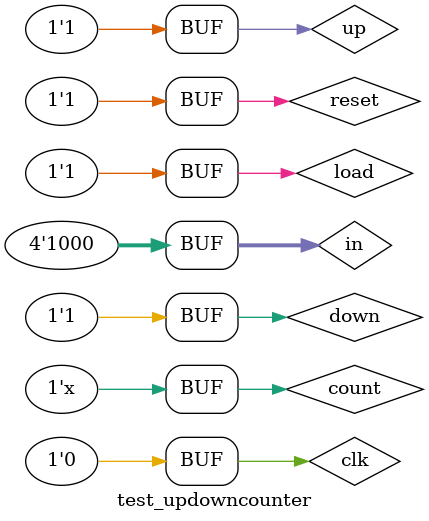
<source format=v>
module test_updowncounter;

reg [3:0]in;
wire [3:0]out;
reg load, up, down, clk, reset;

counter rc(in, out, load, up, down, clk, reset);

always
    #5 
    count = ~count;

initial begin
    reset = 1; clk = 0; up = 1;
    #20
    down = 1;
    #20
    in = 4'b1000; load = 1;
    #10
    up = 1;
end

endmodule

</source>
